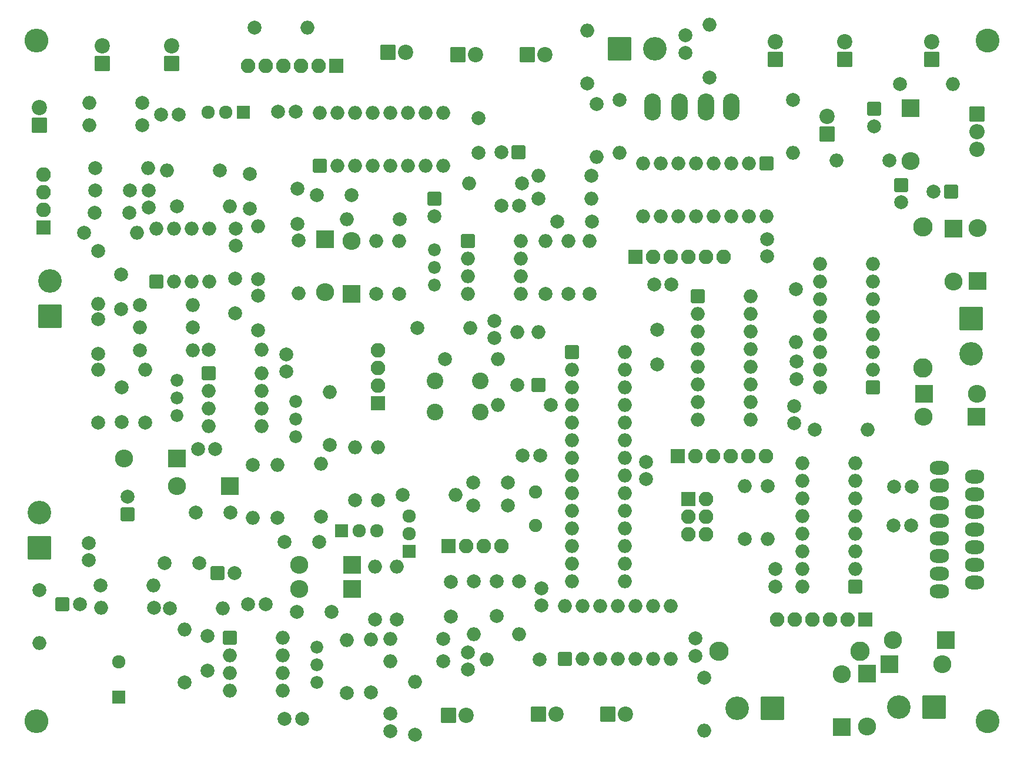
<source format=gbr>
%TF.GenerationSoftware,KiCad,Pcbnew,7.0.11+dfsg-1build4*%
%TF.CreationDate,2025-02-02T21:03:24-06:00*%
%TF.ProjectId,ControlBoard,436f6e74-726f-46c4-926f-6172642e6b69,rev?*%
%TF.SameCoordinates,Original*%
%TF.FileFunction,Soldermask,Top*%
%TF.FilePolarity,Negative*%
%FSLAX46Y46*%
G04 Gerber Fmt 4.6, Leading zero omitted, Abs format (unit mm)*
G04 Created by KiCad (PCBNEW 7.0.11+dfsg-1build4) date 2025-02-02 21:03:24*
%MOMM*%
%LPD*%
G01*
G04 APERTURE LIST*
G04 Aperture macros list*
%AMRoundRect*
0 Rectangle with rounded corners*
0 $1 Rounding radius*
0 $2 $3 $4 $5 $6 $7 $8 $9 X,Y pos of 4 corners*
0 Add a 4 corners polygon primitive as box body*
4,1,4,$2,$3,$4,$5,$6,$7,$8,$9,$2,$3,0*
0 Add four circle primitives for the rounded corners*
1,1,$1+$1,$2,$3*
1,1,$1+$1,$4,$5*
1,1,$1+$1,$6,$7*
1,1,$1+$1,$8,$9*
0 Add four rect primitives between the rounded corners*
20,1,$1+$1,$2,$3,$4,$5,0*
20,1,$1+$1,$4,$5,$6,$7,0*
20,1,$1+$1,$6,$7,$8,$9,0*
20,1,$1+$1,$8,$9,$2,$3,0*%
G04 Aperture macros list end*
%ADD10C,2.000000*%
%ADD11O,2.000000X2.000000*%
%ADD12RoundRect,0.200000X0.800000X-0.800000X0.800000X0.800000X-0.800000X0.800000X-0.800000X-0.800000X0*%
%ADD13C,2.800000*%
%ADD14O,2.800000X2.800000*%
%ADD15O,2.400000X3.900000*%
%ADD16RoundRect,0.200000X-0.800000X0.800000X-0.800000X-0.800000X0.800000X-0.800000X0.800000X0.800000X0*%
%ADD17RoundRect,0.200000X-0.800000X-0.800000X0.800000X-0.800000X0.800000X0.800000X-0.800000X0.800000X0*%
%ADD18RoundRect,0.200000X0.800000X0.800000X-0.800000X0.800000X-0.800000X-0.800000X0.800000X-0.800000X0*%
%ADD19RoundRect,0.200000X-1.100000X1.100000X-1.100000X-1.100000X1.100000X-1.100000X1.100000X1.100000X0*%
%ADD20O,2.600000X2.600000*%
%ADD21RoundRect,0.200000X0.900000X-0.900000X0.900000X0.900000X-0.900000X0.900000X-0.900000X-0.900000X0*%
%ADD22C,2.200000*%
%ADD23RoundRect,0.200000X1.100000X-1.100000X1.100000X1.100000X-1.100000X1.100000X-1.100000X-1.100000X0*%
%ADD24RoundRect,0.200000X-1.100000X-1.100000X1.100000X-1.100000X1.100000X1.100000X-1.100000X1.100000X0*%
%ADD25RoundRect,0.200000X1.100000X1.100000X-1.100000X1.100000X-1.100000X-1.100000X1.100000X-1.100000X0*%
%ADD26RoundRect,0.200000X-0.900000X-0.900000X0.900000X-0.900000X0.900000X0.900000X-0.900000X0.900000X0*%
%ADD27RoundRect,0.200000X-1.500000X-1.500000X1.500000X-1.500000X1.500000X1.500000X-1.500000X1.500000X0*%
%ADD28C,3.400000*%
%ADD29RoundRect,0.200000X0.850000X0.850000X-0.850000X0.850000X-0.850000X-0.850000X0.850000X-0.850000X0*%
%ADD30O,2.100000X2.100000*%
%ADD31RoundRect,0.200000X-0.850000X-0.850000X0.850000X-0.850000X0.850000X0.850000X-0.850000X0.850000X0*%
%ADD32RoundRect,0.200000X-1.500000X1.500000X-1.500000X-1.500000X1.500000X-1.500000X1.500000X1.500000X0*%
%ADD33RoundRect,0.200000X1.500000X1.500000X-1.500000X1.500000X-1.500000X-1.500000X1.500000X-1.500000X0*%
%ADD34RoundRect,0.200000X1.500000X-1.500000X1.500000X1.500000X-1.500000X1.500000X-1.500000X-1.500000X0*%
%ADD35RoundRect,0.200000X-0.762000X-0.762000X0.762000X-0.762000X0.762000X0.762000X-0.762000X0.762000X0*%
%ADD36C,1.924000*%
%ADD37C,1.920000*%
%ADD38RoundRect,0.200000X0.760000X0.760000X-0.760000X0.760000X-0.760000X-0.760000X0.760000X-0.760000X0*%
%ADD39RoundRect,0.200000X0.760000X-0.760000X0.760000X0.760000X-0.760000X0.760000X-0.760000X-0.760000X0*%
%ADD40C,1.840000*%
%ADD41C,2.400000*%
%ADD42RoundRect,0.200000X-0.900000X0.900000X-0.900000X-0.900000X0.900000X-0.900000X0.900000X0.900000X0*%
%ADD43O,2.200000X2.200000*%
%ADD44O,2.800000X2.000000*%
%ADD45C,1.900000*%
%ADD46C,3.448000*%
%ADD47O,3.448000X3.448000*%
%ADD48RoundRect,0.200000X0.850000X-0.850000X0.850000X0.850000X-0.850000X0.850000X-0.850000X-0.850000X0*%
%ADD49RoundRect,0.200000X-0.850000X0.850000X-0.850000X-0.850000X0.850000X-0.850000X0.850000X0.850000X0*%
G04 APERTURE END LIST*
D10*
%TO.C,R9*%
X80390000Y-135410000D03*
D11*
X80390000Y-127790000D03*
%TD*%
D12*
%TO.C,U14*%
X135120000Y-132040000D03*
D11*
X150360000Y-124420000D03*
X137660000Y-132040000D03*
X147820000Y-124420000D03*
X140200000Y-132040000D03*
X145280000Y-124420000D03*
X142740000Y-132040000D03*
X142740000Y-124420000D03*
X145280000Y-132040000D03*
X140200000Y-124420000D03*
X147820000Y-132040000D03*
X137660000Y-124420000D03*
X150360000Y-132040000D03*
X135120000Y-124420000D03*
%TD*%
D10*
%TO.C,R19*%
X117630000Y-129170000D03*
D11*
X110010000Y-129170000D03*
%TD*%
D12*
%TO.C,U3*%
X76310000Y-77720000D03*
D11*
X83930000Y-70100000D03*
X78850000Y-77720000D03*
X81390000Y-70100000D03*
X81390000Y-77720000D03*
X78850000Y-70100000D03*
X83930000Y-77720000D03*
X76310000Y-70100000D03*
%TD*%
D13*
%TO.C,R12*%
X177590000Y-130930000D03*
D14*
X157270000Y-130930000D03*
%TD*%
D15*
%TO.C,F1*%
X151666000Y-52578000D03*
X147716000Y-52578000D03*
X155416000Y-52578000D03*
X159116000Y-52578000D03*
%TD*%
D16*
%TO.C,C3*%
X183600000Y-63800000D03*
D10*
X183600000Y-66300000D03*
%TD*%
%TO.C,C1*%
X124968000Y-85852000D03*
X124968000Y-83352000D03*
%TD*%
D16*
%TO.C,C2*%
X179675000Y-52800000D03*
D10*
X179675000Y-55300000D03*
%TD*%
%TO.C,C4*%
X131550000Y-102775000D03*
X129050000Y-102775000D03*
%TD*%
%TO.C,C5*%
X168190000Y-95630000D03*
X168190000Y-98130000D03*
%TD*%
%TO.C,C6*%
X165400000Y-121590000D03*
X165400000Y-119090000D03*
%TD*%
%TO.C,C7*%
X121920000Y-106680000D03*
X126920000Y-106680000D03*
%TD*%
%TO.C,C8*%
X121920000Y-109982000D03*
X126920000Y-109982000D03*
%TD*%
%TO.C,C9*%
X184990000Y-112850000D03*
X182490000Y-112850000D03*
%TD*%
%TO.C,C10*%
X92010000Y-124210000D03*
X89510000Y-124210000D03*
%TD*%
%TO.C,C11*%
X147970000Y-78120000D03*
X150470000Y-78120000D03*
%TD*%
D17*
%TO.C,C12*%
X62738000Y-124206000D03*
D10*
X65238000Y-124206000D03*
%TD*%
D18*
%TO.C,C13*%
X128470000Y-59090000D03*
D10*
X125970000Y-59090000D03*
%TD*%
D17*
%TO.C,C14*%
X85075000Y-119675000D03*
D10*
X87575000Y-119675000D03*
%TD*%
%TO.C,C15*%
X96530000Y-125280000D03*
X101530000Y-125280000D03*
%TD*%
%TO.C,C16*%
X94770000Y-115170000D03*
X99770000Y-115170000D03*
%TD*%
%TO.C,C17*%
X164290000Y-71570000D03*
X164290000Y-74070000D03*
%TD*%
%TO.C,C18*%
X66548000Y-117856000D03*
X66548000Y-115356000D03*
%TD*%
%TO.C,C19*%
X128500000Y-66780000D03*
X126000000Y-66780000D03*
%TD*%
D16*
%TO.C,C21*%
X116332000Y-65786000D03*
D10*
X116332000Y-68286000D03*
%TD*%
%TO.C,C22*%
X104380000Y-65270000D03*
X99380000Y-65270000D03*
%TD*%
%TO.C,C23*%
X96620000Y-69350000D03*
X96620000Y-64350000D03*
%TD*%
%TO.C,C24*%
X75184000Y-67056000D03*
X75184000Y-64556000D03*
%TD*%
%TO.C,C25*%
X94996000Y-90678000D03*
X94996000Y-88178000D03*
%TD*%
%TO.C,C26*%
X67920000Y-83090000D03*
X67920000Y-88090000D03*
%TD*%
%TO.C,C27*%
X87630000Y-82296000D03*
X87630000Y-77296000D03*
%TD*%
%TO.C,C28*%
X71300000Y-97960000D03*
X71300000Y-92960000D03*
%TD*%
%TO.C,C29*%
X84780000Y-101840000D03*
X82280000Y-101840000D03*
%TD*%
%TO.C,C30*%
X81980000Y-110980000D03*
X86980000Y-110980000D03*
%TD*%
D12*
%TO.C,D1*%
X131350000Y-92570000D03*
D11*
X131350000Y-84950000D03*
%TD*%
D19*
%TO.C,D2*%
X184900000Y-52730000D03*
D20*
X184900000Y-60350000D03*
%TD*%
D21*
%TO.C,D3*%
X172920000Y-56410000D03*
D22*
X172920000Y-53870000D03*
%TD*%
D19*
%TO.C,D6*%
X191110000Y-70070000D03*
D20*
X191110000Y-77690000D03*
%TD*%
D23*
%TO.C,D7*%
X194600000Y-77620000D03*
D20*
X194600000Y-70000000D03*
%TD*%
D19*
%TO.C,D8*%
X178620000Y-134200000D03*
D20*
X178620000Y-141820000D03*
%TD*%
D23*
%TO.C,D9*%
X175020000Y-141880000D03*
D20*
X175020000Y-134260000D03*
%TD*%
D24*
%TO.C,D10*%
X186860000Y-93820000D03*
D20*
X194480000Y-93820000D03*
%TD*%
D25*
%TO.C,D11*%
X194410000Y-97180000D03*
D20*
X186790000Y-97180000D03*
%TD*%
D24*
%TO.C,D12*%
X181864000Y-132842000D03*
D20*
X189484000Y-132842000D03*
%TD*%
D25*
%TO.C,D13*%
X190000000Y-129300000D03*
D20*
X182380000Y-129300000D03*
%TD*%
D21*
%TO.C,ID1*%
X175450000Y-45710000D03*
D22*
X175450000Y-43170000D03*
%TD*%
D26*
%TO.C,ID2*%
X131280000Y-139980000D03*
D22*
X133820000Y-139980000D03*
%TD*%
D21*
%TO.C,ID3*%
X68500000Y-46280000D03*
D22*
X68500000Y-43740000D03*
%TD*%
D26*
%TO.C,ID4*%
X119720000Y-45000000D03*
D22*
X122260000Y-45000000D03*
%TD*%
D27*
%TO.C,J1*%
X143002000Y-44196000D03*
D28*
X148082000Y-44196000D03*
%TD*%
D29*
%TO.C,J2*%
X108240000Y-95190000D03*
D30*
X108240000Y-92650000D03*
X108240000Y-90110000D03*
X108240000Y-87570000D03*
%TD*%
D31*
%TO.C,J3*%
X152925000Y-109050000D03*
D30*
X155465000Y-109050000D03*
X152925000Y-111590000D03*
X155465000Y-111590000D03*
X152925000Y-114130000D03*
X155465000Y-114130000D03*
%TD*%
D32*
%TO.C,J4*%
X193610000Y-83050000D03*
D28*
X193610000Y-88130000D03*
%TD*%
D33*
%TO.C,J5*%
X188290000Y-138950000D03*
D28*
X183210000Y-138950000D03*
%TD*%
D33*
%TO.C,J6*%
X165050000Y-139180000D03*
D28*
X159970000Y-139180000D03*
%TD*%
D34*
%TO.C,J7*%
X60970000Y-82700000D03*
D28*
X60970000Y-77620000D03*
%TD*%
D35*
%TO.C,MK1*%
X70870000Y-137530000D03*
D36*
X70870000Y-132450000D03*
%TD*%
D26*
%TO.C,PDT1*%
X118364000Y-140208000D03*
D22*
X120904000Y-140208000D03*
%TD*%
D21*
%TO.C,PDT2*%
X187960000Y-45720000D03*
D22*
X187960000Y-43180000D03*
%TD*%
D21*
%TO.C,PDT3*%
X59450000Y-55175000D03*
D22*
X59450000Y-52635000D03*
%TD*%
D26*
%TO.C,PDT4*%
X109610000Y-44650000D03*
D22*
X112150000Y-44650000D03*
%TD*%
D21*
%TO.C,PT1*%
X165430000Y-45710000D03*
D22*
X165430000Y-43170000D03*
%TD*%
D26*
%TO.C,PT2*%
X141290000Y-139980000D03*
D22*
X143830000Y-139980000D03*
%TD*%
D21*
%TO.C,PT3*%
X78500000Y-46280000D03*
D22*
X78500000Y-43740000D03*
%TD*%
D26*
%TO.C,PT4*%
X129730000Y-45000000D03*
D22*
X132270000Y-45000000D03*
%TD*%
D37*
%TO.C,Q1*%
X112650000Y-113970000D03*
X112650000Y-111430000D03*
D38*
X112650000Y-116510000D03*
%TD*%
D37*
%TO.C,Q2*%
X105465000Y-113550000D03*
X108005000Y-113550000D03*
D39*
X102925000Y-113550000D03*
%TD*%
D10*
%TO.C,R1*%
X113860000Y-84380000D03*
D11*
X121480000Y-84380000D03*
%TD*%
D10*
%TO.C,R2*%
X117856000Y-88900000D03*
D11*
X125476000Y-88900000D03*
%TD*%
D10*
%TO.C,R3*%
X128240000Y-92590000D03*
D11*
X128240000Y-84970000D03*
%TD*%
D10*
%TO.C,R4*%
X181825000Y-60275000D03*
D11*
X174205000Y-60275000D03*
%TD*%
D10*
%TO.C,R5*%
X59436000Y-122174000D03*
D11*
X59436000Y-129794000D03*
%TD*%
D10*
%TO.C,R6*%
X138938000Y-62484000D03*
D11*
X131318000Y-62484000D03*
%TD*%
D10*
%TO.C,R7*%
X131318000Y-65786000D03*
D11*
X138938000Y-65786000D03*
%TD*%
D10*
%TO.C,R8*%
X75946000Y-124714000D03*
D11*
X68326000Y-124714000D03*
%TD*%
D10*
%TO.C,R10*%
X68280000Y-121500000D03*
D11*
X75900000Y-121500000D03*
%TD*%
D13*
%TO.C,R11*%
X186690000Y-90170000D03*
D14*
X186690000Y-69850000D03*
%TD*%
D10*
%TO.C,R13*%
X164338000Y-107188000D03*
D11*
X164338000Y-114808000D03*
%TD*%
D10*
%TO.C,R14*%
X78220000Y-124740000D03*
D11*
X85840000Y-124740000D03*
%TD*%
D10*
%TO.C,R15*%
X171070000Y-99020000D03*
D11*
X178690000Y-99020000D03*
%TD*%
D10*
%TO.C,R16*%
X103750000Y-136970000D03*
D11*
X103750000Y-129350000D03*
%TD*%
D10*
%TO.C,R17*%
X107188000Y-136906000D03*
D11*
X107188000Y-129286000D03*
%TD*%
D10*
%TO.C,R18*%
X110950000Y-126370000D03*
D11*
X110950000Y-118750000D03*
%TD*%
D10*
%TO.C,R20*%
X117570000Y-132380000D03*
D11*
X109950000Y-132380000D03*
%TD*%
D10*
%TO.C,R21*%
X168420000Y-78820000D03*
D11*
X168420000Y-86440000D03*
%TD*%
D10*
%TO.C,R22*%
X107790000Y-126400000D03*
D11*
X107790000Y-118780000D03*
%TD*%
D10*
%TO.C,R23*%
X138340000Y-49130000D03*
D11*
X138340000Y-41510000D03*
%TD*%
D10*
%TO.C,R24*%
X111340000Y-68700000D03*
D11*
X103720000Y-68700000D03*
%TD*%
D10*
%TO.C,R25*%
X74270000Y-51920000D03*
D11*
X66650000Y-51920000D03*
%TD*%
D10*
%TO.C,R26*%
X155230000Y-134780000D03*
D11*
X155230000Y-142400000D03*
%TD*%
D10*
%TO.C,R27*%
X83800000Y-87500000D03*
D11*
X91420000Y-87500000D03*
%TD*%
D10*
%TO.C,R28*%
X155990000Y-48340000D03*
D11*
X155990000Y-40720000D03*
%TD*%
D10*
%TO.C,R32*%
X90424000Y-41148000D03*
D11*
X98044000Y-41148000D03*
%TD*%
D10*
%TO.C,R35*%
X74290000Y-55170000D03*
D11*
X66670000Y-55170000D03*
%TD*%
D10*
%TO.C,R36*%
X183388000Y-49276000D03*
D11*
X191008000Y-49276000D03*
%TD*%
D10*
%TO.C,R37*%
X113500000Y-143000000D03*
D11*
X113500000Y-135380000D03*
%TD*%
D10*
%TO.C,R38*%
X167950000Y-51520000D03*
D11*
X167950000Y-59140000D03*
%TD*%
D10*
%TO.C,R39*%
X161036000Y-114808000D03*
D11*
X161036000Y-107188000D03*
%TD*%
D10*
%TO.C,R40*%
X139710000Y-52120000D03*
D11*
X139710000Y-59740000D03*
%TD*%
D10*
%TO.C,R41*%
X143002000Y-51562000D03*
D11*
X143002000Y-59182000D03*
%TD*%
D10*
%TO.C,R42*%
X138684000Y-79502000D03*
D11*
X138684000Y-71882000D03*
%TD*%
D10*
%TO.C,R43*%
X132334000Y-79502000D03*
D11*
X132334000Y-71882000D03*
%TD*%
D10*
%TO.C,R44*%
X135636000Y-79502000D03*
D11*
X135636000Y-71882000D03*
%TD*%
D10*
%TO.C,R45*%
X128970000Y-63560000D03*
D11*
X121350000Y-63560000D03*
%TD*%
D10*
%TO.C,R46*%
X111252000Y-79502000D03*
D11*
X111252000Y-71882000D03*
%TD*%
D10*
%TO.C,R47*%
X107950000Y-79502000D03*
D11*
X107950000Y-71882000D03*
%TD*%
D10*
%TO.C,R48*%
X96800000Y-71800000D03*
D11*
X96800000Y-79420000D03*
%TD*%
D10*
%TO.C,R50*%
X67890000Y-73250000D03*
D11*
X67890000Y-80870000D03*
%TD*%
D10*
%TO.C,R51*%
X79290000Y-66860000D03*
D11*
X86910000Y-66860000D03*
%TD*%
D10*
%TO.C,R52*%
X85470000Y-61660000D03*
D11*
X77850000Y-61660000D03*
%TD*%
D10*
%TO.C,R53*%
X90910000Y-77340000D03*
D11*
X90910000Y-69720000D03*
%TD*%
D10*
%TO.C,R54*%
X73950000Y-81040000D03*
D11*
X81570000Y-81040000D03*
%TD*%
D10*
%TO.C,R55*%
X81530000Y-84320000D03*
D11*
X73910000Y-84320000D03*
%TD*%
D10*
%TO.C,R56*%
X67920000Y-97990000D03*
D11*
X67920000Y-90370000D03*
%TD*%
D10*
%TO.C,R57*%
X74676000Y-98044000D03*
D11*
X74676000Y-90424000D03*
%TD*%
D10*
%TO.C,R58*%
X73914000Y-87630000D03*
D11*
X81534000Y-87630000D03*
%TD*%
D10*
%TO.C,R59*%
X90170000Y-104140000D03*
D11*
X90170000Y-111760000D03*
%TD*%
D10*
%TO.C,R60*%
X93726000Y-111760000D03*
D11*
X93726000Y-104140000D03*
%TD*%
D10*
%TO.C,R61*%
X99970000Y-111560000D03*
D11*
X99970000Y-103940000D03*
%TD*%
D10*
%TO.C,R62*%
X101250000Y-101250000D03*
D11*
X101250000Y-93630000D03*
%TD*%
D10*
%TO.C,R63*%
X104902000Y-109220000D03*
D11*
X104902000Y-101600000D03*
%TD*%
D10*
%TO.C,R64*%
X108204000Y-109220000D03*
D11*
X108204000Y-101600000D03*
%TD*%
D40*
%TO.C,RV1*%
X99410000Y-130310000D03*
X99410000Y-132850000D03*
X99410000Y-135390000D03*
%TD*%
%TO.C,RV2*%
X116332000Y-73152000D03*
X116332000Y-75692000D03*
X116332000Y-78232000D03*
%TD*%
%TO.C,RV3*%
X79248000Y-91948000D03*
X79248000Y-94488000D03*
X79248000Y-97028000D03*
%TD*%
%TO.C,RV4*%
X96340000Y-94940000D03*
X96340000Y-97480000D03*
X96340000Y-100020000D03*
%TD*%
D41*
%TO.C,SW1*%
X122936000Y-92020000D03*
X122936000Y-96520000D03*
X116436000Y-92020000D03*
X116436000Y-96520000D03*
%TD*%
D17*
%TO.C,U5*%
X136144000Y-87884000D03*
D11*
X143764000Y-120904000D03*
X136144000Y-90424000D03*
X143764000Y-118364000D03*
X136144000Y-92964000D03*
X143764000Y-115824000D03*
X136144000Y-95504000D03*
X143764000Y-113284000D03*
X136144000Y-98044000D03*
X143764000Y-110744000D03*
X136144000Y-100584000D03*
X143764000Y-108204000D03*
X136144000Y-103124000D03*
X143764000Y-105664000D03*
X136144000Y-105664000D03*
X143764000Y-103124000D03*
X136144000Y-108204000D03*
X143764000Y-100584000D03*
X136144000Y-110744000D03*
X143764000Y-98044000D03*
X136144000Y-113284000D03*
X143764000Y-95504000D03*
X136144000Y-115824000D03*
X143764000Y-92964000D03*
X136144000Y-118364000D03*
X143764000Y-90424000D03*
X136144000Y-120904000D03*
X143764000Y-87884000D03*
%TD*%
D42*
%TO.C,U6*%
X194450000Y-53600000D03*
D43*
X194450000Y-56140000D03*
X194450000Y-58680000D03*
%TD*%
D18*
%TO.C,U7*%
X176940000Y-121620000D03*
D11*
X169320000Y-103840000D03*
X176940000Y-119080000D03*
X169320000Y-106380000D03*
X176940000Y-116540000D03*
X169320000Y-108920000D03*
X176940000Y-114000000D03*
X169320000Y-111460000D03*
X176940000Y-111460000D03*
X169320000Y-114000000D03*
X176940000Y-108920000D03*
X169320000Y-116540000D03*
X176940000Y-106380000D03*
X169320000Y-119080000D03*
X176940000Y-103840000D03*
X169320000Y-121620000D03*
%TD*%
D44*
%TO.C,U8*%
X189050000Y-104490000D03*
X194130000Y-105760000D03*
X189050000Y-107030000D03*
X194130000Y-108300000D03*
X189050000Y-109570000D03*
X194130000Y-110840000D03*
X189050000Y-112110000D03*
X194130000Y-113380000D03*
X189050000Y-114650000D03*
X194130000Y-115920000D03*
X189050000Y-117190000D03*
X194130000Y-118460000D03*
X189050000Y-119730000D03*
X194130000Y-121000000D03*
X189050000Y-122270000D03*
%TD*%
D18*
%TO.C,U9*%
X179502000Y-92960000D03*
D11*
X171882000Y-75180000D03*
X179502000Y-90420000D03*
X171882000Y-77720000D03*
X179502000Y-87880000D03*
X171882000Y-80260000D03*
X179502000Y-85340000D03*
X171882000Y-82800000D03*
X179502000Y-82800000D03*
X171882000Y-85340000D03*
X179502000Y-80260000D03*
X171882000Y-87880000D03*
X179502000Y-77720000D03*
X171882000Y-90420000D03*
X179502000Y-75180000D03*
X171882000Y-92960000D03*
%TD*%
D37*
%TO.C,U10*%
X86310000Y-53340000D03*
X83770000Y-53340000D03*
D39*
X88850000Y-53340000D03*
%TD*%
D16*
%TO.C,U11*%
X164210000Y-60690000D03*
D11*
X146430000Y-68310000D03*
X161670000Y-60690000D03*
X148970000Y-68310000D03*
X159130000Y-60690000D03*
X151510000Y-68310000D03*
X156590000Y-60690000D03*
X154050000Y-68310000D03*
X154050000Y-60690000D03*
X156590000Y-68310000D03*
X151510000Y-60690000D03*
X159130000Y-68310000D03*
X148970000Y-60690000D03*
X161670000Y-68310000D03*
X146430000Y-60690000D03*
X164210000Y-68310000D03*
%TD*%
D17*
%TO.C,U12*%
X154240000Y-79830000D03*
D11*
X161860000Y-97610000D03*
X154240000Y-82370000D03*
X161860000Y-95070000D03*
X154240000Y-84910000D03*
X161860000Y-92530000D03*
X154240000Y-87450000D03*
X161860000Y-89990000D03*
X154240000Y-89990000D03*
X161860000Y-87450000D03*
X154240000Y-92530000D03*
X161860000Y-84910000D03*
X154240000Y-95070000D03*
X161860000Y-82370000D03*
X154240000Y-97610000D03*
X161860000Y-79830000D03*
%TD*%
D12*
%TO.C,U13*%
X99820000Y-61040000D03*
D11*
X117600000Y-53420000D03*
X102360000Y-61040000D03*
X115060000Y-53420000D03*
X104900000Y-61040000D03*
X112520000Y-53420000D03*
X107440000Y-61040000D03*
X109980000Y-53420000D03*
X109980000Y-61040000D03*
X107440000Y-53420000D03*
X112520000Y-61040000D03*
X104900000Y-53420000D03*
X115060000Y-61040000D03*
X102360000Y-53420000D03*
X117600000Y-61040000D03*
X99820000Y-53420000D03*
%TD*%
D45*
%TO.C,Y1*%
X130870000Y-112850000D03*
X130870000Y-107970000D03*
%TD*%
D10*
%TO.C,C31*%
X185070000Y-107260000D03*
X182570000Y-107260000D03*
%TD*%
D18*
%TO.C,C32*%
X190754000Y-64770000D03*
D10*
X188254000Y-64770000D03*
%TD*%
D46*
%TO.C,J8*%
X196000000Y-43000000D03*
%TD*%
%TO.C,J9*%
X196000000Y-141000000D03*
%TD*%
D47*
%TO.C,J10*%
X59000000Y-43000000D03*
%TD*%
%TO.C,J11*%
X59000000Y-141000000D03*
%TD*%
D10*
%TO.C,C33*%
X96310000Y-53230000D03*
X93810000Y-53230000D03*
%TD*%
D48*
%TO.C,J16*%
X151400000Y-102800000D03*
D30*
X153940000Y-102800000D03*
X156480000Y-102800000D03*
X159020000Y-102800000D03*
X161560000Y-102800000D03*
X164100000Y-102800000D03*
%TD*%
D48*
%TO.C,J17*%
X145288000Y-74168000D03*
D30*
X147828000Y-74168000D03*
X150368000Y-74168000D03*
X152908000Y-74168000D03*
X155448000Y-74168000D03*
X157988000Y-74168000D03*
%TD*%
D49*
%TO.C,J18*%
X102220000Y-46630000D03*
D30*
X99680000Y-46630000D03*
X97140000Y-46630000D03*
X94600000Y-46630000D03*
X92060000Y-46630000D03*
X89520000Y-46630000D03*
%TD*%
D25*
%TO.C,D4*%
X104440000Y-121960000D03*
D20*
X96820000Y-121960000D03*
%TD*%
D25*
%TO.C,D5*%
X104470000Y-118520000D03*
D20*
X96850000Y-118520000D03*
%TD*%
D19*
%TO.C,D14*%
X100600000Y-71600000D03*
D20*
X100600000Y-79220000D03*
%TD*%
D23*
%TO.C,D15*%
X104394000Y-79502000D03*
D20*
X104394000Y-71882000D03*
%TD*%
D25*
%TO.C,D16*%
X79210000Y-103170000D03*
D20*
X71590000Y-103170000D03*
%TD*%
D25*
%TO.C,D17*%
X86868000Y-107188000D03*
D20*
X79248000Y-107188000D03*
%TD*%
D17*
%TO.C,U1*%
X86868000Y-129032000D03*
D11*
X94488000Y-136652000D03*
X86868000Y-131572000D03*
X94488000Y-134112000D03*
X86868000Y-134112000D03*
X94488000Y-131572000D03*
X86868000Y-136652000D03*
X94488000Y-129032000D03*
%TD*%
D17*
%TO.C,U2*%
X121158000Y-71882000D03*
D11*
X128778000Y-79502000D03*
X121158000Y-74422000D03*
X128778000Y-76962000D03*
X121158000Y-76962000D03*
X128778000Y-74422000D03*
X121158000Y-79502000D03*
X128778000Y-71882000D03*
%TD*%
D17*
%TO.C,U4*%
X83820000Y-90932000D03*
D11*
X91440000Y-98552000D03*
X83820000Y-93472000D03*
X91440000Y-96012000D03*
X83820000Y-96012000D03*
X91440000Y-93472000D03*
X83820000Y-98552000D03*
X91440000Y-90932000D03*
%TD*%
D10*
%TO.C,C34*%
X109982000Y-139954000D03*
X109982000Y-142454000D03*
%TD*%
%TO.C,C35*%
X152500000Y-42250000D03*
X152500000Y-44750000D03*
%TD*%
%TO.C,C36*%
X77000000Y-53640000D03*
X79500000Y-53640000D03*
%TD*%
%TO.C,C37*%
X87700000Y-70050000D03*
X87700000Y-72550000D03*
%TD*%
%TO.C,C38*%
X94742000Y-140716000D03*
X97242000Y-140716000D03*
%TD*%
%TO.C,R29*%
X133096000Y-95504000D03*
D11*
X125476000Y-95504000D03*
%TD*%
D10*
%TO.C,C39*%
X67440000Y-64580000D03*
X72440000Y-64580000D03*
%TD*%
%TO.C,C40*%
X67420000Y-67780000D03*
X72420000Y-67780000D03*
%TD*%
D29*
%TO.C,J19*%
X60010000Y-69910000D03*
D30*
X60010000Y-67370000D03*
X60010000Y-64830000D03*
X60010000Y-62290000D03*
%TD*%
D10*
%TO.C,R30*%
X65910000Y-70660000D03*
D11*
X73530000Y-70660000D03*
%TD*%
D10*
%TO.C,R31*%
X67440000Y-61330000D03*
D11*
X75060000Y-61330000D03*
%TD*%
D10*
%TO.C,C41*%
X153920000Y-129110000D03*
X153920000Y-131610000D03*
%TD*%
%TO.C,C42*%
X131730000Y-124380000D03*
X131730000Y-121880000D03*
%TD*%
%TO.C,C43*%
X121158000Y-133604000D03*
X121158000Y-131104000D03*
%TD*%
%TO.C,R33*%
X131520000Y-132130000D03*
D11*
X123900000Y-132130000D03*
%TD*%
D49*
%TO.C,J20*%
X178370000Y-126340000D03*
D30*
X175830000Y-126340000D03*
X173290000Y-126340000D03*
X170750000Y-126340000D03*
X168210000Y-126340000D03*
X165670000Y-126340000D03*
%TD*%
D10*
%TO.C,C44*%
X125270000Y-120860000D03*
X125270000Y-125860000D03*
%TD*%
%TO.C,C45*%
X118710000Y-120920000D03*
X118710000Y-125920000D03*
%TD*%
%TO.C,C46*%
X168450000Y-89230000D03*
X168450000Y-91730000D03*
%TD*%
D48*
%TO.C,J21*%
X118364000Y-115824000D03*
D30*
X120904000Y-115824000D03*
X123444000Y-115824000D03*
X125984000Y-115824000D03*
%TD*%
D10*
%TO.C,R34*%
X128540000Y-120840000D03*
D11*
X128540000Y-128460000D03*
%TD*%
D10*
%TO.C,R49*%
X121980000Y-120860000D03*
D11*
X121980000Y-128480000D03*
%TD*%
D10*
%TO.C,R65*%
X111740000Y-108450000D03*
D11*
X119360000Y-108450000D03*
%TD*%
D34*
%TO.C,J22*%
X59436000Y-116078000D03*
D28*
X59436000Y-110998000D03*
%TD*%
D10*
%TO.C,C20*%
X148400000Y-84610000D03*
X148400000Y-89610000D03*
%TD*%
D12*
%TO.C,C47*%
X72140000Y-111200000D03*
D10*
X72140000Y-108700000D03*
%TD*%
%TO.C,C48*%
X134040000Y-69040000D03*
X139040000Y-69040000D03*
%TD*%
%TO.C,C49*%
X83630000Y-128740000D03*
X83630000Y-133740000D03*
%TD*%
%TO.C,C50*%
X77450000Y-118240000D03*
X82450000Y-118240000D03*
%TD*%
%TO.C,C51*%
X122682000Y-59182000D03*
X122682000Y-54182000D03*
%TD*%
%TO.C,C52*%
X89720000Y-62220000D03*
X89720000Y-67220000D03*
%TD*%
%TO.C,C53*%
X90975000Y-84725000D03*
X90975000Y-79725000D03*
%TD*%
%TO.C,C54*%
X71170000Y-81690000D03*
X71170000Y-76690000D03*
%TD*%
%TO.C,C55*%
X146850000Y-106140000D03*
X146850000Y-103640000D03*
%TD*%
M02*

</source>
